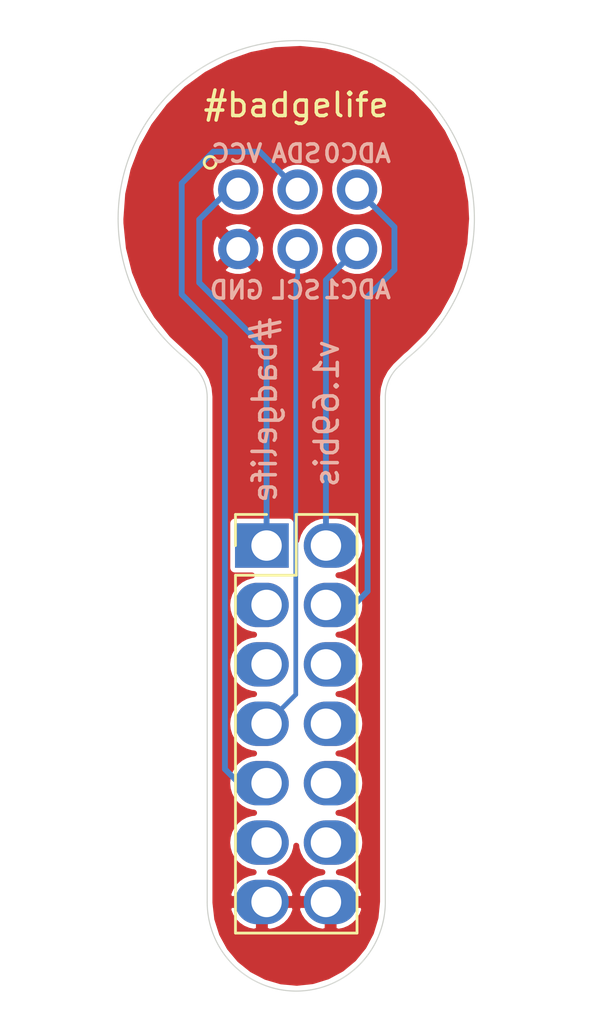
<source format=kicad_pcb>
(kicad_pcb (version 20171130) (host pcbnew "(5.1.0-rc1-17-gb4eda32f8)")

  (general
    (thickness 1.6)
    (drawings 19)
    (tracks 29)
    (zones 0)
    (modules 2)
    (nets 7)
  )

  (page A4)
  (layers
    (0 F.Cu signal)
    (31 B.Cu signal)
    (32 B.Adhes user)
    (33 F.Adhes user)
    (34 B.Paste user)
    (35 F.Paste user)
    (36 B.SilkS user)
    (37 F.SilkS user)
    (38 B.Mask user)
    (39 F.Mask user)
    (40 Dwgs.User user)
    (41 Cmts.User user)
    (42 Eco1.User user)
    (43 Eco2.User user)
    (44 Edge.Cuts user)
    (45 Margin user)
    (46 B.CrtYd user)
    (47 F.CrtYd user)
    (48 B.Fab user)
    (49 F.Fab user)
  )

  (setup
    (last_trace_width 0.2)
    (user_trace_width 0.2)
    (user_trace_width 0.3)
    (user_trace_width 0.4)
    (user_trace_width 0.5)
    (trace_clearance 0.2)
    (zone_clearance 0.2)
    (zone_45_only no)
    (trace_min 0.2)
    (via_size 0.8)
    (via_drill 0.4)
    (via_min_size 0.4)
    (via_min_drill 0.3)
    (uvia_size 0.3)
    (uvia_drill 0.1)
    (uvias_allowed no)
    (uvia_min_size 0.2)
    (uvia_min_drill 0.1)
    (edge_width 0.05)
    (segment_width 0.2)
    (pcb_text_width 0.3)
    (pcb_text_size 1.5 1.5)
    (mod_edge_width 0.12)
    (mod_text_size 1 1)
    (mod_text_width 0.15)
    (pad_size 1.524 1.524)
    (pad_drill 0.762)
    (pad_to_mask_clearance 0.051)
    (solder_mask_min_width 0.25)
    (aux_axis_origin 51 50)
    (grid_origin 59 50)
    (visible_elements FFFFFF7F)
    (pcbplotparams
      (layerselection 0x010f0_ffffffff)
      (usegerberextensions true)
      (usegerberattributes false)
      (usegerberadvancedattributes false)
      (creategerberjobfile false)
      (excludeedgelayer true)
      (linewidth 0.050000)
      (plotframeref false)
      (viasonmask false)
      (mode 1)
      (useauxorigin true)
      (hpglpennumber 1)
      (hpglpenspeed 20)
      (hpglpendiameter 15.000000)
      (psnegative false)
      (psa4output false)
      (plotreference true)
      (plotvalue true)
      (plotinvisibletext false)
      (padsonsilk false)
      (subtractmaskfromsilk false)
      (outputformat 1)
      (mirror false)
      (drillshape 0)
      (scaleselection 1)
      (outputdirectory "GERBER/"))
  )

  (net 0 "")
  (net 1 GND)
  (net 2 SDA)
  (net 3 SCL)
  (net 4 ADC0)
  (net 5 ADC1)
  (net 6 +3V3)

  (net_class Default "This is the default net class."
    (clearance 0.2)
    (trace_width 0.25)
    (via_dia 0.8)
    (via_drill 0.4)
    (uvia_dia 0.3)
    (uvia_drill 0.1)
    (add_net +3V3)
    (add_net ADC0)
    (add_net ADC1)
    (add_net GND)
    (add_net SCL)
    (add_net SDA)
  )

  (module badgelife_sao_v169bis:Badgelife-SAOv169-BADGE-2x3 (layer F.Cu) (tedit 5CB6F2DE) (tstamp 5CB6EE62)
    (at 59 57.62)
    (descr "Through hole straight IDC box header, 2x03, 2.54mm pitch, double rows")
    (tags "Through hole IDC box header THT 2x03 2.54mm double row")
    (path /5CB74D6E)
    (fp_text reference X1 (at 0 -5.842) (layer F.SilkS) hide
      (effects (font (size 1 1) (thickness 0.15)))
    )
    (fp_text value Badgelife_sao_connector_v169bis (at 0 -8.509) (layer F.Fab)
      (effects (font (size 1 1) (thickness 0.15)))
    )
    (fp_text user %R (at 0.06 0.02 270) (layer F.Fab)
      (effects (font (size 1 1) (thickness 0.15)))
    )
    (fp_text user VCC (at -2.54 -2.794) (layer B.SilkS)
      (effects (font (size 0.75 0.75) (thickness 0.15)) (justify mirror))
    )
    (fp_text user GND (at -2.54 3.048) (layer B.SilkS)
      (effects (font (size 0.75 0.75) (thickness 0.15)) (justify mirror))
    )
    (fp_text user SDA (at 0 -2.794) (layer B.SilkS)
      (effects (font (size 0.75 0.75) (thickness 0.15)) (justify mirror))
    )
    (fp_text user SCL (at 0 3.048) (layer B.SilkS)
      (effects (font (size 0.75 0.75) (thickness 0.15)) (justify mirror))
    )
    (fp_text user ADC1 (at 2.6 3.03) (layer B.SilkS)
      (effects (font (size 0.75 0.75) (thickness 0.15)) (justify mirror))
    )
    (fp_text user ADC0 (at 2.6 -2.794) (layer B.SilkS)
      (effects (font (size 0.75 0.75) (thickness 0.15)) (justify mirror))
    )
    (pad 5 thru_hole circle (at 2.6 -1.25 270) (size 1.7272 1.7272) (drill 1.016) (layers *.Cu *.Mask)
      (net 4 ADC0))
    (pad 6 thru_hole circle (at 2.6 1.29 270) (size 1.7272 1.7272) (drill 1.016) (layers *.Cu *.Mask)
      (net 5 ADC1))
    (pad 3 thru_hole oval (at 0.06 -1.25 270) (size 1.7272 1.7272) (drill 1.016) (layers *.Cu *.Mask)
      (net 2 SDA))
    (pad 4 thru_hole oval (at 0.06 1.29 270) (size 1.7272 1.7272) (drill 1.016) (layers *.Cu *.Mask)
      (net 3 SCL))
    (pad 1 thru_hole oval (at -2.48 -1.25 270) (size 1.7272 1.7272) (drill 1.016) (layers *.Cu *.Mask)
      (net 6 +3V3))
    (pad 2 thru_hole circle (at -2.48 1.29 270) (size 1.7272 1.7272) (drill 1.016) (layers *.Cu *.Mask)
      (net 1 GND))
  )

  (module Pin_Headers:Pin_Header_Straight_2x07_Pitch2.54mm (layer F.Cu) (tedit 5CB6F199) (tstamp 5CB6EFD3)
    (at 57.73 71.59)
    (descr "Through hole straight pin header, 2x07, 2.54mm pitch, double rows")
    (tags "Through hole pin header THT 2x07 2.54mm double row")
    (path /5CB6ECA6)
    (fp_text reference J1 (at 1.27 -2.33) (layer F.SilkS) hide
      (effects (font (size 1 1) (thickness 0.15)))
    )
    (fp_text value KiCon_Badge_Expansion (at 1.27 17.57) (layer F.Fab)
      (effects (font (size 1 1) (thickness 0.15)))
    )
    (fp_text user %R (at 1.27 7.62 90) (layer F.Fab)
      (effects (font (size 1 1) (thickness 0.15)))
    )
    (fp_line (start 4.35 -1.8) (end -1.8 -1.8) (layer F.CrtYd) (width 0.05))
    (fp_line (start 4.35 17.05) (end 4.35 -1.8) (layer F.CrtYd) (width 0.05))
    (fp_line (start -1.8 17.05) (end 4.35 17.05) (layer F.CrtYd) (width 0.05))
    (fp_line (start -1.8 -1.8) (end -1.8 17.05) (layer F.CrtYd) (width 0.05))
    (fp_line (start -1.33 -1.33) (end 0 -1.33) (layer F.SilkS) (width 0.12))
    (fp_line (start -1.33 0) (end -1.33 -1.33) (layer F.SilkS) (width 0.12))
    (fp_line (start 1.27 -1.33) (end 3.87 -1.33) (layer F.SilkS) (width 0.12))
    (fp_line (start 1.27 1.27) (end 1.27 -1.33) (layer F.SilkS) (width 0.12))
    (fp_line (start -1.33 1.27) (end 1.27 1.27) (layer F.SilkS) (width 0.12))
    (fp_line (start 3.87 -1.33) (end 3.87 16.57) (layer F.SilkS) (width 0.12))
    (fp_line (start -1.33 1.27) (end -1.33 16.57) (layer F.SilkS) (width 0.12))
    (fp_line (start -1.33 16.57) (end 3.87 16.57) (layer F.SilkS) (width 0.12))
    (fp_line (start -1.27 0) (end 0 -1.27) (layer F.Fab) (width 0.1))
    (fp_line (start -1.27 16.51) (end -1.27 0) (layer F.Fab) (width 0.1))
    (fp_line (start 3.81 16.51) (end -1.27 16.51) (layer F.Fab) (width 0.1))
    (fp_line (start 3.81 -1.27) (end 3.81 16.51) (layer F.Fab) (width 0.1))
    (fp_line (start 0 -1.27) (end 3.81 -1.27) (layer F.Fab) (width 0.1))
    (pad 14 thru_hole oval (at 2.54 15.24) (size 2.3 1.9) (drill 1.3 (offset 0.2 0)) (layers *.Cu *.Mask)
      (net 1 GND))
    (pad 13 thru_hole oval (at 0 15.24) (size 2.3 1.9) (drill 1.3 (offset -0.2 0)) (layers *.Cu *.Mask)
      (net 1 GND))
    (pad 12 thru_hole oval (at 2.54 12.7) (size 2.3 1.9) (drill 1.3 (offset 0.2 0)) (layers *.Cu *.Mask))
    (pad 11 thru_hole oval (at 0 12.7) (size 2.3 1.9) (drill 1.3 (offset -0.2 0)) (layers *.Cu *.Mask))
    (pad 10 thru_hole oval (at 2.54 10.16) (size 2.3 1.9) (drill 1.3 (offset 0.2 0)) (layers *.Cu *.Mask))
    (pad 9 thru_hole oval (at 0 10.16) (size 2.3 1.9) (drill 1.3 (offset -0.2 0)) (layers *.Cu *.Mask)
      (net 2 SDA))
    (pad 8 thru_hole oval (at 2.54 7.62) (size 2.3 1.9) (drill 1.3 (offset 0.2 0)) (layers *.Cu *.Mask))
    (pad 7 thru_hole oval (at 0 7.62) (size 2.3 1.9) (drill 1.3 (offset -0.2 0)) (layers *.Cu *.Mask)
      (net 3 SCL))
    (pad 6 thru_hole oval (at 2.54 5.08) (size 2.3 1.9) (drill 1.3 (offset 0.2 0)) (layers *.Cu *.Mask))
    (pad 5 thru_hole oval (at 0 5.08) (size 2.3 1.9) (drill 1.3 (offset -0.2 0)) (layers *.Cu *.Mask))
    (pad 4 thru_hole oval (at 2.54 2.54) (size 2.3 1.9) (drill 1.3 (offset 0.2 0)) (layers *.Cu *.Mask)
      (net 4 ADC0))
    (pad 3 thru_hole oval (at 0 2.54) (size 2.3 1.9) (drill 1.3 (offset -0.2 0)) (layers *.Cu *.Mask))
    (pad 2 thru_hole oval (at 2.54 0) (size 2.3 1.9) (drill 1.3 (offset 0.2 0)) (layers *.Cu *.Mask)
      (net 5 ADC1))
    (pad 1 thru_hole rect (at 0 0) (size 2.3 1.9) (drill 1.3 (offset -0.2 0)) (layers *.Cu *.Mask)
      (net 6 +3V3))
    (model ${KISYS3DMOD}/Pin_Headers.3dshapes/Pin_Header_Straight_2x07_Pitch2.54mm.wrl
      (at (xyz 0 0 0))
      (scale (xyz 1 1 1))
      (rotate (xyz 0 0 0))
    )
  )

  (gr_arc (start 55.317 55.207) (end 55.063 55.207) (angle -180) (layer F.SilkS) (width 0.12) (tstamp 5CB6F95D))
  (gr_arc (start 55.317 55.207) (end 55.571 55.207) (angle -180) (layer F.SilkS) (width 0.12))
  (gr_text "#badgelife" (at 59 52.75) (layer F.SilkS)
    (effects (font (size 1 1) (thickness 0.15)))
  )
  (gr_text v1.69bis (at 60.3 65.95 90) (layer B.SilkS)
    (effects (font (size 1 1) (thickness 0.15)) (justify mirror))
  )
  (gr_text "#badgelife" (at 57.65 65.8 90) (layer B.SilkS)
    (effects (font (size 1 1) (thickness 0.15)) (justify mirror))
  )
  (gr_line (start 50 91) (end 68 91) (layer Dwgs.User) (width 0.15))
  (gr_line (start 63.760176 63.57022) (end 63.330763 63.982764) (layer Edge.Cuts) (width 0.05) (tstamp 5CB6F06E))
  (gr_arc (start 64.587999 65.24) (end 62.810001 65.24) (angle 45) (layer Edge.Cuts) (width 0.05) (tstamp 5CB6F06D))
  (gr_line (start 54.239824 63.57022) (end 54.669236 63.982764) (layer Edge.Cuts) (width 0.05) (tstamp 5CB6F06A))
  (gr_arc (start 53.412 65.24) (end 55.19 65.24) (angle -45) (layer Edge.Cuts) (width 0.05))
  (gr_line (start 55.19 86.83) (end 55.19 65.24) (layer Edge.Cuts) (width 0.05))
  (gr_line (start 62.81 86.83) (end 62.81 65.24) (layer Edge.Cuts) (width 0.05))
  (gr_arc (start 59 86.83) (end 55.19 86.83) (angle -180) (layer Edge.Cuts) (width 0.05))
  (gr_arc (start 59 57.62) (end 66.62 57.62) (angle 51.34019175) (layer Edge.Cuts) (width 0.05) (tstamp 5CB6F05D))
  (gr_arc (start 59 57.62) (end 51.38 57.62) (angle -51.34019175) (layer Edge.Cuts) (width 0.05))
  (gr_arc (start 59 57.62) (end 66.62 57.62) (angle -180) (layer Edge.Cuts) (width 0.05))
  (gr_line (start 67 49) (end 67 92) (layer Dwgs.User) (width 0.15))
  (gr_line (start 51 49) (end 51 92) (layer Dwgs.User) (width 0.15))
  (gr_line (start 50 50) (end 68 50) (layer Dwgs.User) (width 0.15))

  (segment (start 58.196401 55.506401) (end 59.06 56.37) (width 0.25) (layer B.Cu) (net 2))
  (segment (start 57.44 54.75) (end 58.196401 55.506401) (width 0.25) (layer B.Cu) (net 2))
  (segment (start 55.45 54.75) (end 57.44 54.75) (width 0.25) (layer B.Cu) (net 2))
  (segment (start 54.1 56.1) (end 55.45 54.75) (width 0.25) (layer B.Cu) (net 2))
  (segment (start 54.1 60.85) (end 54.1 56.1) (width 0.25) (layer B.Cu) (net 2))
  (segment (start 57.73 81.75) (end 56.55 81.75) (width 0.25) (layer B.Cu) (net 2))
  (segment (start 55.95 81.15) (end 55.95 62.7) (width 0.25) (layer B.Cu) (net 2))
  (segment (start 55.95 62.7) (end 54.1 60.85) (width 0.25) (layer B.Cu) (net 2))
  (segment (start 56.55 81.75) (end 55.95 81.15) (width 0.25) (layer B.Cu) (net 2))
  (segment (start 57.73 79.21) (end 57.74 79.21) (width 0.25) (layer B.Cu) (net 3))
  (segment (start 58.98001 60.211304) (end 59.06 60.131314) (width 0.2) (layer B.Cu) (net 3))
  (segment (start 58.98001 77.95999) (end 58.98001 60.211304) (width 0.2) (layer B.Cu) (net 3))
  (segment (start 59.06 60.131314) (end 59.06 58.91) (width 0.2) (layer B.Cu) (net 3))
  (segment (start 57.73 79.21) (end 58.98001 77.95999) (width 0.2) (layer B.Cu) (net 3))
  (segment (start 62.463599 57.233599) (end 61.6 56.37) (width 0.25) (layer B.Cu) (net 4))
  (segment (start 63.2 57.97) (end 62.463599 57.233599) (width 0.25) (layer B.Cu) (net 4))
  (segment (start 61.47 74.13) (end 62.05 73.55) (width 0.25) (layer B.Cu) (net 4))
  (segment (start 62.05 73.55) (end 62.05 60.95) (width 0.25) (layer B.Cu) (net 4))
  (segment (start 63.2 59.8) (end 63.2 57.97) (width 0.25) (layer B.Cu) (net 4))
  (segment (start 62.05 60.95) (end 63.2 59.8) (width 0.25) (layer B.Cu) (net 4))
  (segment (start 60.27 74.13) (end 61.47 74.13) (width 0.25) (layer B.Cu) (net 4))
  (segment (start 60.27 60.24) (end 61.6 58.91) (width 0.25) (layer B.Cu) (net 5))
  (segment (start 60.27 71.59) (end 60.27 60.24) (width 0.25) (layer B.Cu) (net 5))
  (segment (start 56.49 56.4) (end 56.52 56.37) (width 0.25) (layer B.Cu) (net 6))
  (segment (start 56.1 56.4) (end 56.49 56.4) (width 0.25) (layer B.Cu) (net 6))
  (segment (start 54.85 57.65) (end 56.1 56.4) (width 0.25) (layer B.Cu) (net 6))
  (segment (start 54.85 60.35) (end 54.85 57.65) (width 0.25) (layer B.Cu) (net 6))
  (segment (start 57.73 63.23) (end 54.85 60.35) (width 0.25) (layer B.Cu) (net 6))
  (segment (start 57.73 71.59) (end 57.73 63.23) (width 0.25) (layer B.Cu) (net 6))

  (zone (net 1) (net_name GND) (layer F.Cu) (tstamp 5CB6FA08) (hatch edge 0.508)
    (connect_pads (clearance 0.2))
    (min_thickness 0.254)
    (fill yes (arc_segments 32) (thermal_gap 0.2) (thermal_bridge_width 0.508))
    (polygon
      (pts
        (xy 51 50) (xy 67 50) (xy 67 91) (xy 51 91)
      )
    )
    (filled_polygon
      (pts
        (xy 60.211924 50.454694) (xy 61.233578 50.704691) (xy 62.208459 51.099558) (xy 63.116117 51.631013) (xy 63.937554 52.287933)
        (xy 64.65555 53.056545) (xy 65.255076 53.920758) (xy 65.723568 54.862463) (xy 66.051212 55.861937) (xy 66.231828 56.902185)
        (xy 66.267365 57.616003) (xy 66.190959 58.669043) (xy 65.9642 59.696124) (xy 65.591555 60.679701) (xy 65.080829 61.599184)
        (xy 64.442719 62.435308) (xy 63.683139 63.177847) (xy 63.539452 63.295996) (xy 63.528779 63.304403) (xy 63.074428 63.740907)
        (xy 63.060433 63.75728) (xy 63.056736 63.7609) (xy 63.053603 63.764688) (xy 63.043254 63.777377) (xy 63.040665 63.780406)
        (xy 63.040404 63.780872) (xy 62.834287 64.033597) (xy 62.81666 64.060128) (xy 62.798607 64.086493) (xy 62.79627 64.090817)
        (xy 62.633361 64.397204) (xy 62.621209 64.426687) (xy 62.608635 64.456024) (xy 62.607181 64.460719) (xy 62.506886 64.792913)
        (xy 62.500692 64.824197) (xy 62.494056 64.855414) (xy 62.493543 64.860303) (xy 62.459815 65.204288) (xy 62.458001 65.222708)
        (xy 62.458 86.812785) (xy 62.390487 87.501335) (xy 62.195521 88.147094) (xy 61.878833 88.742698) (xy 61.452501 89.265433)
        (xy 60.932744 89.695413) (xy 60.339375 90.016247) (xy 59.69499 90.215717) (xy 59.024127 90.286228) (xy 58.352355 90.225091)
        (xy 57.705246 90.034638) (xy 57.107448 89.722117) (xy 56.581745 89.29944) (xy 56.14815 88.782701) (xy 55.82318 88.191584)
        (xy 55.619217 87.548608) (xy 55.574978 87.154213) (xy 56.094842 87.154213) (xy 56.101804 87.199938) (xy 56.197575 87.432439)
        (xy 56.336864 87.641789) (xy 56.514319 87.819942) (xy 56.72312 87.960052) (xy 56.955243 88.056735) (xy 57.201768 88.106275)
        (xy 57.403 88.028872) (xy 57.403 86.957) (xy 57.657 86.957) (xy 57.657 88.028872) (xy 57.858232 88.106275)
        (xy 58.104757 88.056735) (xy 58.33688 87.960052) (xy 58.545681 87.819942) (xy 58.723136 87.641789) (xy 58.862425 87.432439)
        (xy 58.958196 87.199938) (xy 58.965158 87.154213) (xy 59.034842 87.154213) (xy 59.041804 87.199938) (xy 59.137575 87.432439)
        (xy 59.276864 87.641789) (xy 59.454319 87.819942) (xy 59.66312 87.960052) (xy 59.895243 88.056735) (xy 60.141768 88.106275)
        (xy 60.343 88.028872) (xy 60.343 86.957) (xy 60.597 86.957) (xy 60.597 88.028872) (xy 60.798232 88.106275)
        (xy 61.044757 88.056735) (xy 61.27688 87.960052) (xy 61.485681 87.819942) (xy 61.663136 87.641789) (xy 61.802425 87.432439)
        (xy 61.898196 87.199938) (xy 61.905158 87.154213) (xy 61.858484 86.957) (xy 60.597 86.957) (xy 60.343 86.957)
        (xy 59.081516 86.957) (xy 59.034842 87.154213) (xy 58.965158 87.154213) (xy 58.918484 86.957) (xy 57.657 86.957)
        (xy 57.403 86.957) (xy 56.141516 86.957) (xy 56.094842 87.154213) (xy 55.574978 87.154213) (xy 55.542233 86.862291)
        (xy 55.542 86.828835) (xy 55.542 74.13) (xy 56.046822 74.13) (xy 56.071478 74.380336) (xy 56.144498 74.621051)
        (xy 56.263076 74.842896) (xy 56.422656 75.037344) (xy 56.617104 75.196924) (xy 56.838949 75.315502) (xy 57.079664 75.388522)
        (xy 57.196202 75.4) (xy 57.079664 75.411478) (xy 56.838949 75.484498) (xy 56.617104 75.603076) (xy 56.422656 75.762656)
        (xy 56.263076 75.957104) (xy 56.144498 76.178949) (xy 56.071478 76.419664) (xy 56.046822 76.67) (xy 56.071478 76.920336)
        (xy 56.144498 77.161051) (xy 56.263076 77.382896) (xy 56.422656 77.577344) (xy 56.617104 77.736924) (xy 56.838949 77.855502)
        (xy 57.079664 77.928522) (xy 57.196202 77.94) (xy 57.079664 77.951478) (xy 56.838949 78.024498) (xy 56.617104 78.143076)
        (xy 56.422656 78.302656) (xy 56.263076 78.497104) (xy 56.144498 78.718949) (xy 56.071478 78.959664) (xy 56.046822 79.21)
        (xy 56.071478 79.460336) (xy 56.144498 79.701051) (xy 56.263076 79.922896) (xy 56.422656 80.117344) (xy 56.617104 80.276924)
        (xy 56.838949 80.395502) (xy 57.079664 80.468522) (xy 57.196202 80.48) (xy 57.079664 80.491478) (xy 56.838949 80.564498)
        (xy 56.617104 80.683076) (xy 56.422656 80.842656) (xy 56.263076 81.037104) (xy 56.144498 81.258949) (xy 56.071478 81.499664)
        (xy 56.046822 81.75) (xy 56.071478 82.000336) (xy 56.144498 82.241051) (xy 56.263076 82.462896) (xy 56.422656 82.657344)
        (xy 56.617104 82.816924) (xy 56.838949 82.935502) (xy 57.079664 83.008522) (xy 57.196202 83.02) (xy 57.079664 83.031478)
        (xy 56.838949 83.104498) (xy 56.617104 83.223076) (xy 56.422656 83.382656) (xy 56.263076 83.577104) (xy 56.144498 83.798949)
        (xy 56.071478 84.039664) (xy 56.046822 84.29) (xy 56.071478 84.540336) (xy 56.144498 84.781051) (xy 56.263076 85.002896)
        (xy 56.422656 85.197344) (xy 56.617104 85.356924) (xy 56.838949 85.475502) (xy 57.079664 85.548522) (xy 57.178982 85.558304)
        (xy 56.955243 85.603265) (xy 56.72312 85.699948) (xy 56.514319 85.840058) (xy 56.336864 86.018211) (xy 56.197575 86.227561)
        (xy 56.101804 86.460062) (xy 56.094842 86.505787) (xy 56.141516 86.703) (xy 57.403 86.703) (xy 57.403 86.683)
        (xy 57.657 86.683) (xy 57.657 86.703) (xy 58.918484 86.703) (xy 58.965158 86.505787) (xy 58.958196 86.460062)
        (xy 58.862425 86.227561) (xy 58.723136 86.018211) (xy 58.545681 85.840058) (xy 58.33688 85.699948) (xy 58.104757 85.603265)
        (xy 57.881018 85.558304) (xy 57.980336 85.548522) (xy 58.221051 85.475502) (xy 58.442896 85.356924) (xy 58.637344 85.197344)
        (xy 58.796924 85.002896) (xy 58.915502 84.781051) (xy 58.988522 84.540336) (xy 59 84.423798) (xy 59.011478 84.540336)
        (xy 59.084498 84.781051) (xy 59.203076 85.002896) (xy 59.362656 85.197344) (xy 59.557104 85.356924) (xy 59.778949 85.475502)
        (xy 60.019664 85.548522) (xy 60.118982 85.558304) (xy 59.895243 85.603265) (xy 59.66312 85.699948) (xy 59.454319 85.840058)
        (xy 59.276864 86.018211) (xy 59.137575 86.227561) (xy 59.041804 86.460062) (xy 59.034842 86.505787) (xy 59.081516 86.703)
        (xy 60.343 86.703) (xy 60.343 86.683) (xy 60.597 86.683) (xy 60.597 86.703) (xy 61.858484 86.703)
        (xy 61.905158 86.505787) (xy 61.898196 86.460062) (xy 61.802425 86.227561) (xy 61.663136 86.018211) (xy 61.485681 85.840058)
        (xy 61.27688 85.699948) (xy 61.044757 85.603265) (xy 60.821018 85.558304) (xy 60.920336 85.548522) (xy 61.161051 85.475502)
        (xy 61.382896 85.356924) (xy 61.577344 85.197344) (xy 61.736924 85.002896) (xy 61.855502 84.781051) (xy 61.928522 84.540336)
        (xy 61.953178 84.29) (xy 61.928522 84.039664) (xy 61.855502 83.798949) (xy 61.736924 83.577104) (xy 61.577344 83.382656)
        (xy 61.382896 83.223076) (xy 61.161051 83.104498) (xy 60.920336 83.031478) (xy 60.803798 83.02) (xy 60.920336 83.008522)
        (xy 61.161051 82.935502) (xy 61.382896 82.816924) (xy 61.577344 82.657344) (xy 61.736924 82.462896) (xy 61.855502 82.241051)
        (xy 61.928522 82.000336) (xy 61.953178 81.75) (xy 61.928522 81.499664) (xy 61.855502 81.258949) (xy 61.736924 81.037104)
        (xy 61.577344 80.842656) (xy 61.382896 80.683076) (xy 61.161051 80.564498) (xy 60.920336 80.491478) (xy 60.803798 80.48)
        (xy 60.920336 80.468522) (xy 61.161051 80.395502) (xy 61.382896 80.276924) (xy 61.577344 80.117344) (xy 61.736924 79.922896)
        (xy 61.855502 79.701051) (xy 61.928522 79.460336) (xy 61.953178 79.21) (xy 61.928522 78.959664) (xy 61.855502 78.718949)
        (xy 61.736924 78.497104) (xy 61.577344 78.302656) (xy 61.382896 78.143076) (xy 61.161051 78.024498) (xy 60.920336 77.951478)
        (xy 60.803798 77.94) (xy 60.920336 77.928522) (xy 61.161051 77.855502) (xy 61.382896 77.736924) (xy 61.577344 77.577344)
        (xy 61.736924 77.382896) (xy 61.855502 77.161051) (xy 61.928522 76.920336) (xy 61.953178 76.67) (xy 61.928522 76.419664)
        (xy 61.855502 76.178949) (xy 61.736924 75.957104) (xy 61.577344 75.762656) (xy 61.382896 75.603076) (xy 61.161051 75.484498)
        (xy 60.920336 75.411478) (xy 60.803798 75.4) (xy 60.920336 75.388522) (xy 61.161051 75.315502) (xy 61.382896 75.196924)
        (xy 61.577344 75.037344) (xy 61.736924 74.842896) (xy 61.855502 74.621051) (xy 61.928522 74.380336) (xy 61.953178 74.13)
        (xy 61.928522 73.879664) (xy 61.855502 73.638949) (xy 61.736924 73.417104) (xy 61.577344 73.222656) (xy 61.382896 73.063076)
        (xy 61.161051 72.944498) (xy 60.920336 72.871478) (xy 60.803798 72.86) (xy 60.920336 72.848522) (xy 61.161051 72.775502)
        (xy 61.382896 72.656924) (xy 61.577344 72.497344) (xy 61.736924 72.302896) (xy 61.855502 72.081051) (xy 61.928522 71.840336)
        (xy 61.953178 71.59) (xy 61.928522 71.339664) (xy 61.855502 71.098949) (xy 61.736924 70.877104) (xy 61.577344 70.682656)
        (xy 61.382896 70.523076) (xy 61.161051 70.404498) (xy 60.920336 70.331478) (xy 60.732726 70.313) (xy 60.207274 70.313)
        (xy 60.019664 70.331478) (xy 59.778949 70.404498) (xy 59.557104 70.523076) (xy 59.362656 70.682656) (xy 59.203076 70.877104)
        (xy 59.084498 71.098949) (xy 59.011478 71.339664) (xy 59.008582 71.369068) (xy 59.008582 70.64) (xy 59.002268 70.575897)
        (xy 58.98357 70.514257) (xy 58.953206 70.45745) (xy 58.912343 70.407657) (xy 58.86255 70.366794) (xy 58.805743 70.33643)
        (xy 58.744103 70.317732) (xy 58.68 70.311418) (xy 56.38 70.311418) (xy 56.315897 70.317732) (xy 56.254257 70.33643)
        (xy 56.19745 70.366794) (xy 56.147657 70.407657) (xy 56.106794 70.45745) (xy 56.07643 70.514257) (xy 56.057732 70.575897)
        (xy 56.051418 70.64) (xy 56.051418 72.54) (xy 56.057732 72.604103) (xy 56.07643 72.665743) (xy 56.106794 72.72255)
        (xy 56.147657 72.772343) (xy 56.19745 72.813206) (xy 56.254257 72.84357) (xy 56.315897 72.862268) (xy 56.38 72.868582)
        (xy 57.109068 72.868582) (xy 57.079664 72.871478) (xy 56.838949 72.944498) (xy 56.617104 73.063076) (xy 56.422656 73.222656)
        (xy 56.263076 73.417104) (xy 56.144498 73.638949) (xy 56.071478 73.879664) (xy 56.046822 74.13) (xy 55.542 74.13)
        (xy 55.542 65.222708) (xy 55.540594 65.208435) (xy 55.54065 65.203115) (xy 55.540187 65.198222) (xy 55.50512 64.852993)
        (xy 55.498825 64.821772) (xy 55.492946 64.79036) (xy 55.491541 64.78565) (xy 55.390087 64.453808) (xy 55.377847 64.424402)
        (xy 55.36598 64.394733) (xy 55.363687 64.390386) (xy 55.19971 64.084569) (xy 55.181976 64.058078) (xy 55.164586 64.0313)
        (xy 55.161493 64.027481) (xy 54.961034 63.783439) (xy 54.959334 63.780405) (xy 54.925571 63.740906) (xy 54.47122 63.304403)
        (xy 54.468706 63.302423) (xy 53.688673 62.579856) (xy 53.028322 61.761187) (xy 52.493065 60.855763) (xy 52.094117 59.882553)
        (xy 52.069269 59.782819) (xy 55.826786 59.782819) (xy 55.923515 59.947056) (xy 56.137296 60.043499) (xy 56.365784 60.096381)
        (xy 56.600199 60.103671) (xy 56.831531 60.065089) (xy 57.050892 59.982117) (xy 57.116485 59.947056) (xy 57.213214 59.782819)
        (xy 56.52 59.089605) (xy 55.826786 59.782819) (xy 52.069269 59.782819) (xy 51.871791 58.990199) (xy 55.326329 58.990199)
        (xy 55.364911 59.221531) (xy 55.447883 59.440892) (xy 55.482944 59.506485) (xy 55.647181 59.603214) (xy 56.340395 58.91)
        (xy 56.699605 58.91) (xy 57.392819 59.603214) (xy 57.557056 59.506485) (xy 57.653499 59.292704) (xy 57.706381 59.064216)
        (xy 57.711176 58.91) (xy 57.86364 58.91) (xy 57.886628 59.143398) (xy 57.954707 59.367827) (xy 58.065263 59.574662)
        (xy 58.214046 59.755954) (xy 58.395338 59.904737) (xy 58.602173 60.015293) (xy 58.826602 60.083372) (xy 59.001519 60.1006)
        (xy 59.118481 60.1006) (xy 59.293398 60.083372) (xy 59.517827 60.015293) (xy 59.724662 59.904737) (xy 59.905954 59.755954)
        (xy 60.054737 59.574662) (xy 60.165293 59.367827) (xy 60.233372 59.143398) (xy 60.25636 58.91) (xy 60.244811 58.792736)
        (xy 60.4094 58.792736) (xy 60.4094 59.027264) (xy 60.455154 59.257285) (xy 60.544904 59.473961) (xy 60.6752 59.668963)
        (xy 60.841037 59.8348) (xy 61.036039 59.965096) (xy 61.252715 60.054846) (xy 61.482736 60.1006) (xy 61.717264 60.1006)
        (xy 61.947285 60.054846) (xy 62.163961 59.965096) (xy 62.358963 59.8348) (xy 62.5248 59.668963) (xy 62.655096 59.473961)
        (xy 62.744846 59.257285) (xy 62.7906 59.027264) (xy 62.7906 58.792736) (xy 62.744846 58.562715) (xy 62.655096 58.346039)
        (xy 62.5248 58.151037) (xy 62.358963 57.9852) (xy 62.163961 57.854904) (xy 61.947285 57.765154) (xy 61.717264 57.7194)
        (xy 61.482736 57.7194) (xy 61.252715 57.765154) (xy 61.036039 57.854904) (xy 60.841037 57.9852) (xy 60.6752 58.151037)
        (xy 60.544904 58.346039) (xy 60.455154 58.562715) (xy 60.4094 58.792736) (xy 60.244811 58.792736) (xy 60.233372 58.676602)
        (xy 60.165293 58.452173) (xy 60.054737 58.245338) (xy 59.905954 58.064046) (xy 59.724662 57.915263) (xy 59.517827 57.804707)
        (xy 59.293398 57.736628) (xy 59.118481 57.7194) (xy 59.001519 57.7194) (xy 58.826602 57.736628) (xy 58.602173 57.804707)
        (xy 58.395338 57.915263) (xy 58.214046 58.064046) (xy 58.065263 58.245338) (xy 57.954707 58.452173) (xy 57.886628 58.676602)
        (xy 57.86364 58.91) (xy 57.711176 58.91) (xy 57.713671 58.829801) (xy 57.675089 58.598469) (xy 57.592117 58.379108)
        (xy 57.557056 58.313515) (xy 57.392819 58.216786) (xy 56.699605 58.91) (xy 56.340395 58.91) (xy 55.647181 58.216786)
        (xy 55.482944 58.313515) (xy 55.386501 58.527296) (xy 55.333619 58.755784) (xy 55.326329 58.990199) (xy 51.871791 58.990199)
        (xy 51.839836 58.861942) (xy 51.757658 58.037181) (xy 55.826786 58.037181) (xy 56.52 58.730395) (xy 57.213214 58.037181)
        (xy 57.116485 57.872944) (xy 56.902704 57.776501) (xy 56.674216 57.723619) (xy 56.439801 57.716329) (xy 56.208469 57.754911)
        (xy 55.989108 57.837883) (xy 55.923515 57.872944) (xy 55.826786 58.037181) (xy 51.757658 58.037181) (xy 51.734518 57.804952)
        (xy 51.732171 57.630392) (xy 51.809041 56.570957) (xy 51.853408 56.37) (xy 55.32364 56.37) (xy 55.346628 56.603398)
        (xy 55.414707 56.827827) (xy 55.525263 57.034662) (xy 55.674046 57.215954) (xy 55.855338 57.364737) (xy 56.062173 57.475293)
        (xy 56.286602 57.543372) (xy 56.461519 57.5606) (xy 56.578481 57.5606) (xy 56.753398 57.543372) (xy 56.977827 57.475293)
        (xy 57.184662 57.364737) (xy 57.365954 57.215954) (xy 57.514737 57.034662) (xy 57.625293 56.827827) (xy 57.693372 56.603398)
        (xy 57.71636 56.37) (xy 57.86364 56.37) (xy 57.886628 56.603398) (xy 57.954707 56.827827) (xy 58.065263 57.034662)
        (xy 58.214046 57.215954) (xy 58.395338 57.364737) (xy 58.602173 57.475293) (xy 58.826602 57.543372) (xy 59.001519 57.5606)
        (xy 59.118481 57.5606) (xy 59.293398 57.543372) (xy 59.517827 57.475293) (xy 59.724662 57.364737) (xy 59.905954 57.215954)
        (xy 60.054737 57.034662) (xy 60.165293 56.827827) (xy 60.233372 56.603398) (xy 60.25636 56.37) (xy 60.244811 56.252736)
        (xy 60.4094 56.252736) (xy 60.4094 56.487264) (xy 60.455154 56.717285) (xy 60.544904 56.933961) (xy 60.6752 57.128963)
        (xy 60.841037 57.2948) (xy 61.036039 57.425096) (xy 61.252715 57.514846) (xy 61.482736 57.5606) (xy 61.717264 57.5606)
        (xy 61.947285 57.514846) (xy 62.163961 57.425096) (xy 62.358963 57.2948) (xy 62.5248 57.128963) (xy 62.655096 56.933961)
        (xy 62.744846 56.717285) (xy 62.7906 56.487264) (xy 62.7906 56.252736) (xy 62.744846 56.022715) (xy 62.655096 55.806039)
        (xy 62.5248 55.611037) (xy 62.358963 55.4452) (xy 62.163961 55.314904) (xy 61.947285 55.225154) (xy 61.717264 55.1794)
        (xy 61.482736 55.1794) (xy 61.252715 55.225154) (xy 61.036039 55.314904) (xy 60.841037 55.4452) (xy 60.6752 55.611037)
        (xy 60.544904 55.806039) (xy 60.455154 56.022715) (xy 60.4094 56.252736) (xy 60.244811 56.252736) (xy 60.233372 56.136602)
        (xy 60.165293 55.912173) (xy 60.054737 55.705338) (xy 59.905954 55.524046) (xy 59.724662 55.375263) (xy 59.517827 55.264707)
        (xy 59.293398 55.196628) (xy 59.118481 55.1794) (xy 59.001519 55.1794) (xy 58.826602 55.196628) (xy 58.602173 55.264707)
        (xy 58.395338 55.375263) (xy 58.214046 55.524046) (xy 58.065263 55.705338) (xy 57.954707 55.912173) (xy 57.886628 56.136602)
        (xy 57.86364 56.37) (xy 57.71636 56.37) (xy 57.693372 56.136602) (xy 57.625293 55.912173) (xy 57.514737 55.705338)
        (xy 57.365954 55.524046) (xy 57.184662 55.375263) (xy 56.977827 55.264707) (xy 56.753398 55.196628) (xy 56.578481 55.1794)
        (xy 56.461519 55.1794) (xy 56.286602 55.196628) (xy 56.062173 55.264707) (xy 55.855338 55.375263) (xy 55.674046 55.524046)
        (xy 55.525263 55.705338) (xy 55.414707 55.912173) (xy 55.346628 56.136602) (xy 55.32364 56.37) (xy 51.853408 56.37)
        (xy 52.035799 55.543883) (xy 52.408446 54.560297) (xy 52.919171 53.640816) (xy 53.557285 52.804688) (xy 54.30941 52.069437)
        (xy 55.159802 51.450458) (xy 56.090632 50.960724) (xy 57.082411 50.61049) (xy 58.114366 50.407093) (xy 59.164871 50.354796)
      )
    )
  )
)

</source>
